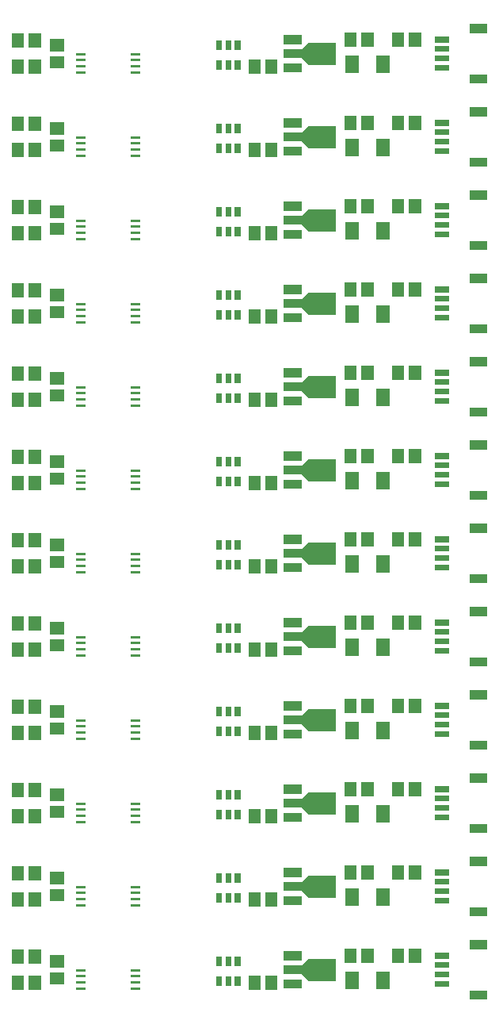
<source format=gbr>
G04 start of page 11 for group -4015 idx -4015 *
G04 Title: (unknown), toppaste *
G04 Creator: pcb 20140316 *
G04 CreationDate: Thu 02 Jul 2020 09:16:05 PM GMT UTC *
G04 For: railfan *
G04 Format: Gerber/RS-274X *
G04 PCB-Dimensions (mil): 2500.00 4300.00 *
G04 PCB-Coordinate-Origin: lower left *
%MOIN*%
%FSLAX25Y25*%
%LNTOPPASTE*%
%ADD82C,0.0001*%
%ADD81R,0.0945X0.0945*%
%ADD80R,0.0378X0.0378*%
%ADD79R,0.0100X0.0100*%
%ADD78R,0.0240X0.0240*%
%ADD77R,0.0384X0.0384*%
%ADD76R,0.0236X0.0236*%
%ADD75R,0.0512X0.0512*%
%ADD74R,0.0550X0.0550*%
G54D74*X196000Y404000D02*Y402000D01*
X183000Y404000D02*Y402000D01*
G54D75*X58607Y403957D02*X59393D01*
X58607Y411043D02*X59393D01*
X42457Y402393D02*Y401607D01*
X49543Y402393D02*Y401607D01*
X42457Y413393D02*Y412607D01*
X49543Y413393D02*Y412607D01*
G54D76*X219130Y401594D02*X222870D01*
X219130Y405531D02*X222870D01*
X219130Y409469D02*X222870D01*
X219130Y413406D02*X222870D01*
G54D77*X234632Y396919D02*X237880D01*
X234632Y418081D02*X237880D01*
G54D78*X134900Y411800D02*Y410200D01*
X131000Y411800D02*Y410200D01*
X127100Y411800D02*Y410200D01*
Y403600D02*Y402000D01*
X131000Y403600D02*Y402000D01*
X134900Y403600D02*Y402000D01*
G54D79*X67500Y407338D02*X70500D01*
X67500Y404779D02*X70500D01*
X67500Y402221D02*X70500D01*
X67500Y399662D02*X70500D01*
X90500D02*X93500D01*
X90500Y402221D02*X93500D01*
X90500Y404779D02*X93500D01*
X90500Y407338D02*X93500D01*
G54D80*X156016Y413406D02*X160110D01*
X156016Y407500D02*X167826D01*
G54D81*X169560D02*X171450D01*
G54D82*G36*
X161995Y409385D02*X164835Y412225D01*
X166255Y410805D01*
X163415Y407965D01*
X161995Y409385D01*
G37*
G36*
X163415Y407035D02*X166255Y404195D01*
X164835Y402775D01*
X161995Y405615D01*
X163415Y407035D01*
G37*
G54D80*X156016Y401594D02*X160110D01*
G54D75*X149043Y402393D02*Y401607D01*
X141957Y402393D02*Y401607D01*
X182457Y413893D02*Y413107D01*
X189543Y413893D02*Y413107D01*
X202457Y413893D02*Y413107D01*
X209543Y413893D02*Y413107D01*
G54D74*X196000Y369000D02*Y367000D01*
X183000Y369000D02*Y367000D01*
G54D75*X58607Y368957D02*X59393D01*
X58607Y376043D02*X59393D01*
X42457Y367393D02*Y366607D01*
X49543Y367393D02*Y366607D01*
X42457Y378393D02*Y377607D01*
X49543Y378393D02*Y377607D01*
G54D76*X219130Y366594D02*X222870D01*
X219130Y370531D02*X222870D01*
X219130Y374469D02*X222870D01*
X219130Y378406D02*X222870D01*
G54D77*X234632Y361919D02*X237880D01*
X234632Y383081D02*X237880D01*
G54D78*X134900Y376800D02*Y375200D01*
X131000Y376800D02*Y375200D01*
X127100Y376800D02*Y375200D01*
Y368600D02*Y367000D01*
X131000Y368600D02*Y367000D01*
X134900Y368600D02*Y367000D01*
G54D79*X67500Y372338D02*X70500D01*
X67500Y369779D02*X70500D01*
X67500Y367221D02*X70500D01*
X67500Y364662D02*X70500D01*
X90500D02*X93500D01*
X90500Y367221D02*X93500D01*
X90500Y369779D02*X93500D01*
X90500Y372338D02*X93500D01*
G54D80*X156016Y378406D02*X160110D01*
X156016Y372500D02*X167826D01*
G54D81*X169560D02*X171450D01*
G54D82*G36*
X161995Y374385D02*X164835Y377225D01*
X166255Y375805D01*
X163415Y372965D01*
X161995Y374385D01*
G37*
G36*
X163415Y372035D02*X166255Y369195D01*
X164835Y367775D01*
X161995Y370615D01*
X163415Y372035D01*
G37*
G54D80*X156016Y366594D02*X160110D01*
G54D75*X149043Y367393D02*Y366607D01*
X141957Y367393D02*Y366607D01*
X182457Y378893D02*Y378107D01*
X189543Y378893D02*Y378107D01*
X202457Y378893D02*Y378107D01*
X209543Y378893D02*Y378107D01*
G54D74*X196000Y334000D02*Y332000D01*
X183000Y334000D02*Y332000D01*
G54D75*X58607Y333957D02*X59393D01*
X58607Y341043D02*X59393D01*
X42457Y332393D02*Y331607D01*
X49543Y332393D02*Y331607D01*
X42457Y343393D02*Y342607D01*
X49543Y343393D02*Y342607D01*
G54D76*X219130Y331594D02*X222870D01*
X219130Y335531D02*X222870D01*
X219130Y339469D02*X222870D01*
X219130Y343406D02*X222870D01*
G54D77*X234632Y326919D02*X237880D01*
X234632Y348081D02*X237880D01*
G54D78*X134900Y341800D02*Y340200D01*
X131000Y341800D02*Y340200D01*
X127100Y341800D02*Y340200D01*
Y333600D02*Y332000D01*
X131000Y333600D02*Y332000D01*
X134900Y333600D02*Y332000D01*
G54D79*X67500Y337338D02*X70500D01*
X67500Y334779D02*X70500D01*
X67500Y332221D02*X70500D01*
X67500Y329662D02*X70500D01*
X90500D02*X93500D01*
X90500Y332221D02*X93500D01*
X90500Y334779D02*X93500D01*
X90500Y337338D02*X93500D01*
G54D80*X156016Y343406D02*X160110D01*
X156016Y337500D02*X167826D01*
G54D81*X169560D02*X171450D01*
G54D82*G36*
X161995Y339385D02*X164835Y342225D01*
X166255Y340805D01*
X163415Y337965D01*
X161995Y339385D01*
G37*
G36*
X163415Y337035D02*X166255Y334195D01*
X164835Y332775D01*
X161995Y335615D01*
X163415Y337035D01*
G37*
G54D80*X156016Y331594D02*X160110D01*
G54D75*X149043Y332393D02*Y331607D01*
X141957Y332393D02*Y331607D01*
X182457Y343893D02*Y343107D01*
X189543Y343893D02*Y343107D01*
X202457Y343893D02*Y343107D01*
X209543Y343893D02*Y343107D01*
G54D74*X196000Y299000D02*Y297000D01*
X183000Y299000D02*Y297000D01*
G54D75*X58607Y298957D02*X59393D01*
X58607Y306043D02*X59393D01*
X42457Y297393D02*Y296607D01*
X49543Y297393D02*Y296607D01*
X42457Y308393D02*Y307607D01*
X49543Y308393D02*Y307607D01*
G54D76*X219130Y296594D02*X222870D01*
X219130Y300531D02*X222870D01*
X219130Y304469D02*X222870D01*
X219130Y308406D02*X222870D01*
G54D77*X234632Y291919D02*X237880D01*
X234632Y313081D02*X237880D01*
G54D78*X134900Y306800D02*Y305200D01*
X131000Y306800D02*Y305200D01*
X127100Y306800D02*Y305200D01*
Y298600D02*Y297000D01*
X131000Y298600D02*Y297000D01*
X134900Y298600D02*Y297000D01*
G54D79*X67500Y302338D02*X70500D01*
X67500Y299779D02*X70500D01*
X67500Y297221D02*X70500D01*
X67500Y294662D02*X70500D01*
X90500D02*X93500D01*
X90500Y297221D02*X93500D01*
X90500Y299779D02*X93500D01*
X90500Y302338D02*X93500D01*
G54D80*X156016Y308406D02*X160110D01*
X156016Y302500D02*X167826D01*
G54D81*X169560D02*X171450D01*
G54D82*G36*
X161995Y304385D02*X164835Y307225D01*
X166255Y305805D01*
X163415Y302965D01*
X161995Y304385D01*
G37*
G36*
X163415Y302035D02*X166255Y299195D01*
X164835Y297775D01*
X161995Y300615D01*
X163415Y302035D01*
G37*
G54D80*X156016Y296594D02*X160110D01*
G54D75*X149043Y297393D02*Y296607D01*
X141957Y297393D02*Y296607D01*
X182457Y308893D02*Y308107D01*
X189543Y308893D02*Y308107D01*
X202457Y308893D02*Y308107D01*
X209543Y308893D02*Y308107D01*
G54D74*X196000Y264000D02*Y262000D01*
X183000Y264000D02*Y262000D01*
G54D75*X58607Y263957D02*X59393D01*
X58607Y271043D02*X59393D01*
X42457Y262393D02*Y261607D01*
X49543Y262393D02*Y261607D01*
X42457Y273393D02*Y272607D01*
X49543Y273393D02*Y272607D01*
G54D76*X219130Y261594D02*X222870D01*
X219130Y265531D02*X222870D01*
X219130Y269469D02*X222870D01*
X219130Y273406D02*X222870D01*
G54D77*X234632Y256919D02*X237880D01*
X234632Y278081D02*X237880D01*
G54D78*X134900Y271800D02*Y270200D01*
X131000Y271800D02*Y270200D01*
X127100Y271800D02*Y270200D01*
Y263600D02*Y262000D01*
X131000Y263600D02*Y262000D01*
X134900Y263600D02*Y262000D01*
G54D79*X67500Y267338D02*X70500D01*
X67500Y264779D02*X70500D01*
X67500Y262221D02*X70500D01*
X67500Y259662D02*X70500D01*
X90500D02*X93500D01*
X90500Y262221D02*X93500D01*
X90500Y264779D02*X93500D01*
X90500Y267338D02*X93500D01*
G54D80*X156016Y273406D02*X160110D01*
X156016Y267500D02*X167826D01*
G54D81*X169560D02*X171450D01*
G54D82*G36*
X161995Y269385D02*X164835Y272225D01*
X166255Y270805D01*
X163415Y267965D01*
X161995Y269385D01*
G37*
G36*
X163415Y267035D02*X166255Y264195D01*
X164835Y262775D01*
X161995Y265615D01*
X163415Y267035D01*
G37*
G54D80*X156016Y261594D02*X160110D01*
G54D75*X149043Y262393D02*Y261607D01*
X141957Y262393D02*Y261607D01*
X182457Y273893D02*Y273107D01*
X189543Y273893D02*Y273107D01*
X202457Y273893D02*Y273107D01*
X209543Y273893D02*Y273107D01*
G54D74*X196000Y229000D02*Y227000D01*
X183000Y229000D02*Y227000D01*
G54D75*X58607Y228957D02*X59393D01*
X58607Y236043D02*X59393D01*
X42457Y227393D02*Y226607D01*
X49543Y227393D02*Y226607D01*
X42457Y238393D02*Y237607D01*
X49543Y238393D02*Y237607D01*
G54D76*X219130Y226594D02*X222870D01*
X219130Y230531D02*X222870D01*
X219130Y234469D02*X222870D01*
X219130Y238406D02*X222870D01*
G54D77*X234632Y221919D02*X237880D01*
X234632Y243081D02*X237880D01*
G54D78*X134900Y236800D02*Y235200D01*
X131000Y236800D02*Y235200D01*
X127100Y236800D02*Y235200D01*
Y228600D02*Y227000D01*
X131000Y228600D02*Y227000D01*
X134900Y228600D02*Y227000D01*
G54D79*X67500Y232338D02*X70500D01*
X67500Y229779D02*X70500D01*
X67500Y227221D02*X70500D01*
X67500Y224662D02*X70500D01*
X90500D02*X93500D01*
X90500Y227221D02*X93500D01*
X90500Y229779D02*X93500D01*
X90500Y232338D02*X93500D01*
G54D80*X156016Y238406D02*X160110D01*
X156016Y232500D02*X167826D01*
G54D81*X169560D02*X171450D01*
G54D82*G36*
X161995Y234385D02*X164835Y237225D01*
X166255Y235805D01*
X163415Y232965D01*
X161995Y234385D01*
G37*
G36*
X163415Y232035D02*X166255Y229195D01*
X164835Y227775D01*
X161995Y230615D01*
X163415Y232035D01*
G37*
G54D80*X156016Y226594D02*X160110D01*
G54D75*X149043Y227393D02*Y226607D01*
X141957Y227393D02*Y226607D01*
X182457Y238893D02*Y238107D01*
X189543Y238893D02*Y238107D01*
X202457Y238893D02*Y238107D01*
X209543Y238893D02*Y238107D01*
G54D74*X196000Y194000D02*Y192000D01*
X183000Y194000D02*Y192000D01*
G54D75*X58607Y193957D02*X59393D01*
X58607Y201043D02*X59393D01*
X42457Y192393D02*Y191607D01*
X49543Y192393D02*Y191607D01*
X42457Y203393D02*Y202607D01*
X49543Y203393D02*Y202607D01*
G54D76*X219130Y191594D02*X222870D01*
X219130Y195531D02*X222870D01*
X219130Y199469D02*X222870D01*
X219130Y203406D02*X222870D01*
G54D77*X234632Y186919D02*X237880D01*
X234632Y208081D02*X237880D01*
G54D78*X134900Y201800D02*Y200200D01*
X131000Y201800D02*Y200200D01*
X127100Y201800D02*Y200200D01*
Y193600D02*Y192000D01*
X131000Y193600D02*Y192000D01*
X134900Y193600D02*Y192000D01*
G54D79*X67500Y197338D02*X70500D01*
X67500Y194779D02*X70500D01*
X67500Y192221D02*X70500D01*
X67500Y189662D02*X70500D01*
X90500D02*X93500D01*
X90500Y192221D02*X93500D01*
X90500Y194779D02*X93500D01*
X90500Y197338D02*X93500D01*
G54D80*X156016Y203406D02*X160110D01*
X156016Y197500D02*X167826D01*
G54D81*X169560D02*X171450D01*
G54D82*G36*
X161995Y199385D02*X164835Y202225D01*
X166255Y200805D01*
X163415Y197965D01*
X161995Y199385D01*
G37*
G36*
X163415Y197035D02*X166255Y194195D01*
X164835Y192775D01*
X161995Y195615D01*
X163415Y197035D01*
G37*
G54D80*X156016Y191594D02*X160110D01*
G54D75*X149043Y192393D02*Y191607D01*
X141957Y192393D02*Y191607D01*
X182457Y203893D02*Y203107D01*
X189543Y203893D02*Y203107D01*
X202457Y203893D02*Y203107D01*
X209543Y203893D02*Y203107D01*
G54D74*X196000Y159000D02*Y157000D01*
X183000Y159000D02*Y157000D01*
G54D75*X58607Y158957D02*X59393D01*
X58607Y166043D02*X59393D01*
X42457Y157393D02*Y156607D01*
X49543Y157393D02*Y156607D01*
X42457Y168393D02*Y167607D01*
X49543Y168393D02*Y167607D01*
G54D76*X219130Y156594D02*X222870D01*
X219130Y160531D02*X222870D01*
X219130Y164469D02*X222870D01*
X219130Y168406D02*X222870D01*
G54D77*X234632Y151919D02*X237880D01*
X234632Y173081D02*X237880D01*
G54D78*X134900Y166800D02*Y165200D01*
X131000Y166800D02*Y165200D01*
X127100Y166800D02*Y165200D01*
Y158600D02*Y157000D01*
X131000Y158600D02*Y157000D01*
X134900Y158600D02*Y157000D01*
G54D79*X67500Y162338D02*X70500D01*
X67500Y159779D02*X70500D01*
X67500Y157221D02*X70500D01*
X67500Y154662D02*X70500D01*
X90500D02*X93500D01*
X90500Y157221D02*X93500D01*
X90500Y159779D02*X93500D01*
X90500Y162338D02*X93500D01*
G54D80*X156016Y168406D02*X160110D01*
X156016Y162500D02*X167826D01*
G54D81*X169560D02*X171450D01*
G54D82*G36*
X161995Y164385D02*X164835Y167225D01*
X166255Y165805D01*
X163415Y162965D01*
X161995Y164385D01*
G37*
G36*
X163415Y162035D02*X166255Y159195D01*
X164835Y157775D01*
X161995Y160615D01*
X163415Y162035D01*
G37*
G54D80*X156016Y156594D02*X160110D01*
G54D75*X149043Y157393D02*Y156607D01*
X141957Y157393D02*Y156607D01*
X182457Y168893D02*Y168107D01*
X189543Y168893D02*Y168107D01*
X202457Y168893D02*Y168107D01*
X209543Y168893D02*Y168107D01*
G54D74*X196000Y124000D02*Y122000D01*
X183000Y124000D02*Y122000D01*
G54D75*X58607Y123957D02*X59393D01*
X58607Y131043D02*X59393D01*
X42457Y122393D02*Y121607D01*
X49543Y122393D02*Y121607D01*
X42457Y133393D02*Y132607D01*
X49543Y133393D02*Y132607D01*
G54D76*X219130Y121594D02*X222870D01*
X219130Y125531D02*X222870D01*
X219130Y129469D02*X222870D01*
X219130Y133406D02*X222870D01*
G54D77*X234632Y116919D02*X237880D01*
X234632Y138081D02*X237880D01*
G54D78*X134900Y131800D02*Y130200D01*
X131000Y131800D02*Y130200D01*
X127100Y131800D02*Y130200D01*
Y123600D02*Y122000D01*
X131000Y123600D02*Y122000D01*
X134900Y123600D02*Y122000D01*
G54D79*X67500Y127338D02*X70500D01*
X67500Y124779D02*X70500D01*
X67500Y122221D02*X70500D01*
X67500Y119662D02*X70500D01*
X90500D02*X93500D01*
X90500Y122221D02*X93500D01*
X90500Y124779D02*X93500D01*
X90500Y127338D02*X93500D01*
G54D80*X156016Y133406D02*X160110D01*
X156016Y127500D02*X167826D01*
G54D81*X169560D02*X171450D01*
G54D82*G36*
X161995Y129385D02*X164835Y132225D01*
X166255Y130805D01*
X163415Y127965D01*
X161995Y129385D01*
G37*
G36*
X163415Y127035D02*X166255Y124195D01*
X164835Y122775D01*
X161995Y125615D01*
X163415Y127035D01*
G37*
G54D80*X156016Y121594D02*X160110D01*
G54D75*X149043Y122393D02*Y121607D01*
X141957Y122393D02*Y121607D01*
X182457Y133893D02*Y133107D01*
X189543Y133893D02*Y133107D01*
X202457Y133893D02*Y133107D01*
X209543Y133893D02*Y133107D01*
G54D74*X196000Y89000D02*Y87000D01*
X183000Y89000D02*Y87000D01*
G54D75*X58607Y88957D02*X59393D01*
X58607Y96043D02*X59393D01*
X42457Y87393D02*Y86607D01*
X49543Y87393D02*Y86607D01*
X42457Y98393D02*Y97607D01*
X49543Y98393D02*Y97607D01*
G54D76*X219130Y86594D02*X222870D01*
X219130Y90531D02*X222870D01*
X219130Y94469D02*X222870D01*
X219130Y98406D02*X222870D01*
G54D77*X234632Y81919D02*X237880D01*
X234632Y103081D02*X237880D01*
G54D78*X134900Y96800D02*Y95200D01*
X131000Y96800D02*Y95200D01*
X127100Y96800D02*Y95200D01*
Y88600D02*Y87000D01*
X131000Y88600D02*Y87000D01*
X134900Y88600D02*Y87000D01*
G54D79*X67500Y92338D02*X70500D01*
X67500Y89779D02*X70500D01*
X67500Y87221D02*X70500D01*
X67500Y84662D02*X70500D01*
X90500D02*X93500D01*
X90500Y87221D02*X93500D01*
X90500Y89779D02*X93500D01*
X90500Y92338D02*X93500D01*
G54D80*X156016Y98406D02*X160110D01*
X156016Y92500D02*X167826D01*
G54D81*X169560D02*X171450D01*
G54D82*G36*
X161995Y94385D02*X164835Y97225D01*
X166255Y95805D01*
X163415Y92965D01*
X161995Y94385D01*
G37*
G36*
X163415Y92035D02*X166255Y89195D01*
X164835Y87775D01*
X161995Y90615D01*
X163415Y92035D01*
G37*
G54D80*X156016Y86594D02*X160110D01*
G54D75*X149043Y87393D02*Y86607D01*
X141957Y87393D02*Y86607D01*
X182457Y98893D02*Y98107D01*
X189543Y98893D02*Y98107D01*
X202457Y98893D02*Y98107D01*
X209543Y98893D02*Y98107D01*
G54D74*X196000Y54000D02*Y52000D01*
X183000Y54000D02*Y52000D01*
G54D75*X58607Y53957D02*X59393D01*
X58607Y61043D02*X59393D01*
X42457Y52393D02*Y51607D01*
X49543Y52393D02*Y51607D01*
X42457Y63393D02*Y62607D01*
X49543Y63393D02*Y62607D01*
G54D76*X219130Y51594D02*X222870D01*
X219130Y55531D02*X222870D01*
X219130Y59469D02*X222870D01*
X219130Y63406D02*X222870D01*
G54D77*X234632Y46919D02*X237880D01*
X234632Y68081D02*X237880D01*
G54D78*X134900Y61800D02*Y60200D01*
X131000Y61800D02*Y60200D01*
X127100Y61800D02*Y60200D01*
Y53600D02*Y52000D01*
X131000Y53600D02*Y52000D01*
X134900Y53600D02*Y52000D01*
G54D79*X67500Y57338D02*X70500D01*
X67500Y54779D02*X70500D01*
X67500Y52221D02*X70500D01*
X67500Y49662D02*X70500D01*
X90500D02*X93500D01*
X90500Y52221D02*X93500D01*
X90500Y54779D02*X93500D01*
X90500Y57338D02*X93500D01*
G54D80*X156016Y63406D02*X160110D01*
X156016Y57500D02*X167826D01*
G54D81*X169560D02*X171450D01*
G54D82*G36*
X161995Y59385D02*X164835Y62225D01*
X166255Y60805D01*
X163415Y57965D01*
X161995Y59385D01*
G37*
G36*
X163415Y57035D02*X166255Y54195D01*
X164835Y52775D01*
X161995Y55615D01*
X163415Y57035D01*
G37*
G54D80*X156016Y51594D02*X160110D01*
G54D75*X149043Y52393D02*Y51607D01*
X141957Y52393D02*Y51607D01*
X182457Y63893D02*Y63107D01*
X189543Y63893D02*Y63107D01*
X202457Y63893D02*Y63107D01*
X209543Y63893D02*Y63107D01*
G54D74*X196000Y19000D02*Y17000D01*
X183000Y19000D02*Y17000D01*
G54D75*X58607Y18957D02*X59393D01*
X58607Y26043D02*X59393D01*
X42457Y17393D02*Y16607D01*
X49543Y17393D02*Y16607D01*
X42457Y28393D02*Y27607D01*
X49543Y28393D02*Y27607D01*
G54D76*X219130Y16594D02*X222870D01*
X219130Y20531D02*X222870D01*
X219130Y24469D02*X222870D01*
X219130Y28406D02*X222870D01*
G54D77*X234632Y11919D02*X237880D01*
X234632Y33081D02*X237880D01*
G54D78*X134900Y26800D02*Y25200D01*
X131000Y26800D02*Y25200D01*
X127100Y26800D02*Y25200D01*
Y18600D02*Y17000D01*
X131000Y18600D02*Y17000D01*
X134900Y18600D02*Y17000D01*
G54D79*X67500Y22338D02*X70500D01*
X67500Y19779D02*X70500D01*
X67500Y17221D02*X70500D01*
X67500Y14662D02*X70500D01*
X90500D02*X93500D01*
X90500Y17221D02*X93500D01*
X90500Y19779D02*X93500D01*
X90500Y22338D02*X93500D01*
G54D80*X156016Y28406D02*X160110D01*
X156016Y22500D02*X167826D01*
G54D81*X169560D02*X171450D01*
G54D82*G36*
X161995Y24385D02*X164835Y27225D01*
X166255Y25805D01*
X163415Y22965D01*
X161995Y24385D01*
G37*
G36*
X163415Y22035D02*X166255Y19195D01*
X164835Y17775D01*
X161995Y20615D01*
X163415Y22035D01*
G37*
G54D80*X156016Y16594D02*X160110D01*
G54D75*X149043Y17393D02*Y16607D01*
X141957Y17393D02*Y16607D01*
X182457Y28893D02*Y28107D01*
X189543Y28893D02*Y28107D01*
X202457Y28893D02*Y28107D01*
X209543Y28893D02*Y28107D01*
M02*

</source>
